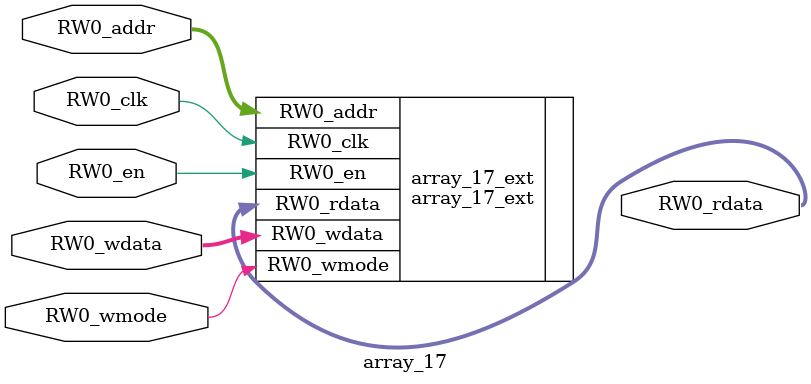
<source format=sv>
`ifndef RANDOMIZE
  `ifdef RANDOMIZE_MEM_INIT
    `define RANDOMIZE
  `endif // RANDOMIZE_MEM_INIT
`endif // not def RANDOMIZE
`ifndef RANDOMIZE
  `ifdef RANDOMIZE_REG_INIT
    `define RANDOMIZE
  `endif // RANDOMIZE_REG_INIT
`endif // not def RANDOMIZE

`ifndef RANDOM
  `define RANDOM $random
`endif // not def RANDOM

// Users can define INIT_RANDOM as general code that gets injected into the
// initializer block for modules with registers.
`ifndef INIT_RANDOM
  `define INIT_RANDOM
`endif // not def INIT_RANDOM

// If using random initialization, you can also define RANDOMIZE_DELAY to
// customize the delay used, otherwise 0.002 is used.
`ifndef RANDOMIZE_DELAY
  `define RANDOMIZE_DELAY 0.002
`endif // not def RANDOMIZE_DELAY

// Define INIT_RANDOM_PROLOG_ for use in our modules below.
`ifndef INIT_RANDOM_PROLOG_
  `ifdef RANDOMIZE
    `ifdef VERILATOR
      `define INIT_RANDOM_PROLOG_ `INIT_RANDOM
    `else  // VERILATOR
      `define INIT_RANDOM_PROLOG_ `INIT_RANDOM #`RANDOMIZE_DELAY begin end
    `endif // VERILATOR
  `else  // RANDOMIZE
    `define INIT_RANDOM_PROLOG_
  `endif // RANDOMIZE
`endif // not def INIT_RANDOM_PROLOG_

// Include register initializers in init blocks unless synthesis is set
`ifndef SYNTHESIS
  `ifndef ENABLE_INITIAL_REG_
    `define ENABLE_INITIAL_REG_
  `endif // not def ENABLE_INITIAL_REG_
`endif // not def SYNTHESIS

// Include rmemory initializers in init blocks unless synthesis is set
`ifndef SYNTHESIS
  `ifndef ENABLE_INITIAL_MEM_
    `define ENABLE_INITIAL_MEM_
  `endif // not def ENABLE_INITIAL_MEM_
`endif // not def SYNTHESIS

module array_17(
  input  [8:0]  RW0_addr,
  input         RW0_en,
  input         RW0_clk,
  input         RW0_wmode,
  input  [15:0] RW0_wdata,
  output [15:0] RW0_rdata
);

  array_17_ext array_17_ext (
    .RW0_addr  (RW0_addr),
    .RW0_en    (RW0_en),
    .RW0_clk   (RW0_clk),
    .RW0_wmode (RW0_wmode),
    .RW0_wdata (RW0_wdata),
    .RW0_rdata (RW0_rdata)
  );
endmodule


</source>
